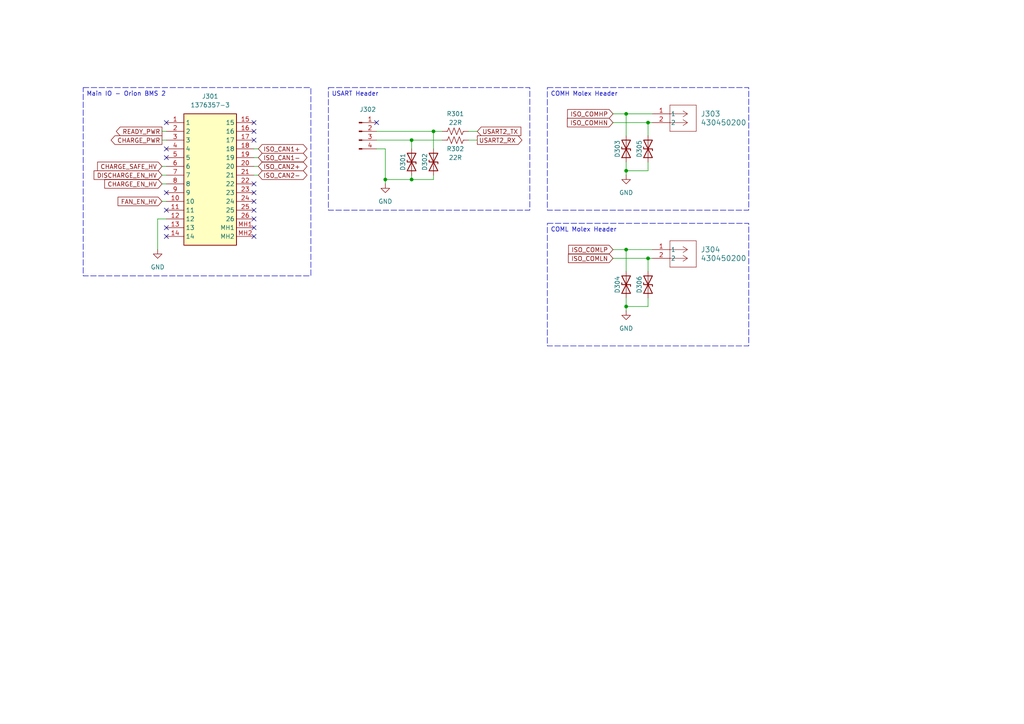
<source format=kicad_sch>
(kicad_sch (version 20231120) (generator "eeschema") (generator_version "8.0")
  (paper "A4")
  (title_block (title "STM32 Layout") (date "2025-01-10") (rev "A") (company "FSAE LSU") (comment 1 "Jacob Parent ") (comment 2 "parent.jacob7@protonmail.com"))
  (lib_symbols
    (symbol "Connector:Conn_01x04_Pin" (pin_names (offset 1.016) hide)
      (property "Reference" "J" (at 0 5.08 0))
      (property "Value" "Conn_01x04_Pin" (at 0 -7.62 0))
      (symbol "Conn_01x04_Pin_1_1"
        (polyline (pts (xy 1.27 -5.08) (xy 0.8636 -5.08)) (stroke (width 0.1524)))
        (polyline (pts (xy 1.27 -2.54) (xy 0.8636 -2.54)) (stroke (width 0.1524)))
        (polyline (pts (xy 1.27 0) (xy 0.8636 0)) (stroke (width 0.1524)))
        (polyline (pts (xy 1.27 2.54) (xy 0.8636 2.54)) (stroke (width 0.1524)))
        (rectangle (start 0.8636 -4.953) (end 0 -5.207) (stroke (width 0.1524)) (fill (type outline)))
        (rectangle (start 0.8636 -2.413) (end 0 -2.667) (stroke (width 0.1524)) (fill (type outline)))
        (rectangle (start 0.8636 0.127) (end 0 -0.127) (stroke (width 0.1524)) (fill (type outline)))
        (rectangle (start 0.8636 2.667) (end 0 2.413) (stroke (width 0.1524)) (fill (type outline)))
        (pin passive line (at 5.08 2.54 180) (length 3.81) (name "Pin_1") (number "1"))
        (pin passive line (at 5.08 0 180) (length 3.81) (name "Pin_2") (number "2"))
        (pin passive line (at 5.08 -2.54 180) (length 3.81) (name "Pin_3") (number "3"))
        (pin passive line (at 5.08 -5.08 180) (length 3.81) (name "Pin_4") (number "4"))
      )
    )
    (symbol "Device:D_TVS" (pin_numbers hide) (pin_names (offset 1.016) hide)
      (property "Reference" "D" (at 0 2.54 0))
      (property "Value" "D_TVS" (at 0 -2.54 0))
      (symbol "D_TVS_0_1"
        (polyline (pts (xy 1.27 0) (xy -1.27 0)))
        (polyline (pts (xy 0.508 1.27) (xy 0 1.27) (xy 0 -1.27) (xy -0.508 -1.27)) (stroke (width 0.254)))
        (polyline (pts (xy -2.54 1.27) (xy -2.54 -1.27) (xy 2.54 1.27) (xy 2.54 -1.27) (xy -2.54 1.27)) (stroke (width 0.254)))
      )
      (symbol "D_TVS_1_1"
        (pin passive line (at -3.81 0 0) (length 2.54) (name "A1") (number "1"))
        (pin passive line (at 3.81 0 180) (length 2.54) (name "A2") (number "2"))
      )
    )
    (symbol "Device:R_US" (pin_numbers hide) (pin_names (offset 0))
      (property "Reference" "R" (at 2.54 0 90))
      (property "Value" "R_US" (at -2.54 0 90))
      (symbol "R_US_0_1"
        (polyline (pts (xy 0 -2.286) (xy 0 -2.54)))
        (polyline (pts (xy 0 2.286) (xy 0 2.54)))
        (polyline (pts (xy 0 -0.762) (xy 1.016 -1.143) (xy 0 -1.524) (xy -1.016 -1.905) (xy 0 -2.286)))
        (polyline (pts (xy 0 0.762) (xy 1.016 0.381) (xy 0 0) (xy -1.016 -0.381) (xy 0 -0.762)))
        (polyline (pts (xy 0 2.286) (xy 1.016 1.905) (xy 0 1.524) (xy -1.016 1.143) (xy 0 0.762)))
      )
      (symbol "R_US_1_1"
        (pin passive line (at 0 3.81 270) (length 1.27) (name "~") (number "1"))
        (pin passive line (at 0 -3.81 90) (length 1.27) (name "~") (number "2"))
      )
    )
    (symbol "IO:1376357-3"
      (property "Reference" "J" (at 21.59 7.62 0))
      (property "Value" "1376357-3" (at 21.59 5.08 0))
      (symbol "1376357-3_1_1"
        (rectangle (start 5.08 2.54) (end 20.32 -35.56) (stroke (width 0.254)) (fill (type background)))
        (pin passive line (at 0 0 0) (length 5.08) (name "1") (number "1"))
        (pin passive line (at 0 -22.86 0) (length 5.08) (name "10") (number "10"))
        (pin passive line (at 0 -25.4 0) (length 5.08) (name "11") (number "11"))
        (pin passive line (at 0 -27.94 0) (length 5.08) (name "12") (number "12"))
        (pin passive line (at 0 -30.48 0) (length 5.08) (name "13") (number "13"))
        (pin passive line (at 0 -33.02 0) (length 5.08) (name "14") (number "14"))
        (pin passive line (at 25.4 0 180) (length 5.08) (name "15") (number "15"))
        (pin passive line (at 25.4 -2.54 180) (length 5.08) (name "16") (number "16"))
        (pin passive line (at 25.4 -5.08 180) (length 5.08) (name "17") (number "17"))
        (pin passive line (at 25.4 -7.62 180) (length 5.08) (name "18") (number "18"))
        (pin passive line (at 25.4 -10.16 180) (length 5.08) (name "19") (number "19"))
        (pin passive line (at 0 -2.54 0) (length 5.08) (name "2") (number "2"))
        (pin passive line (at 25.4 -12.7 180) (length 5.08) (name "20") (number "20"))
        (pin passive line (at 25.4 -15.24 180) (length 5.08) (name "21") (number "21"))
        (pin passive line (at 25.4 -17.78 180) (length 5.08) (name "22") (number "22"))
        (pin passive line (at 25.4 -20.32 180) (length 5.08) (name "23") (number "23"))
        (pin passive line (at 25.4 -22.86 180) (length 5.08) (name "24") (number "24"))
        (pin passive line (at 25.4 -25.4 180) (length 5.08) (name "25") (number "25"))
        (pin passive line (at 25.4 -27.94 180) (length 5.08) (name "26") (number "26"))
        (pin passive line (at 0 -5.08 0) (length 5.08) (name "3") (number "3"))
        (pin passive line (at 0 -7.62 0) (length 5.08) (name "4") (number "4"))
        (pin passive line (at 0 -10.16 0) (length 5.08) (name "5") (number "5"))
        (pin passive line (at 0 -12.7 0) (length 5.08) (name "6") (number "6"))
        (pin passive line (at 0 -15.24 0) (length 5.08) (name "7") (number "7"))
        (pin passive line (at 0 -17.78 0) (length 5.08) (name "8") (number "8"))
        (pin passive line (at 0 -20.32 0) (length 5.08) (name "9") (number "9"))
        (pin passive line (at 25.4 -30.48 180) (length 5.08) (name "MH1") (number "MH1"))
        (pin passive line (at 25.4 -33.02 180) (length 5.08) (name "MH2") (number "MH2"))
      )
    )
    (symbol "molex_comm:430450200" (pin_names (offset 0.254))
      (property "Reference" "J" (at 8.89 6.35 0))
      (property "Value" "430450200" (at 0 0 0))
      (symbol "430450200_1_1"
        (polyline (pts (xy 5.08 -5.08) (xy 12.7 -5.08)) (stroke (width 0.127)))
        (polyline (pts (xy 5.08 2.54) (xy 5.08 -5.08)) (stroke (width 0.127)))
        (polyline (pts (xy 10.16 -2.54) (xy 5.08 -2.54)) (stroke (width 0.127)))
        (polyline (pts (xy 10.16 -2.54) (xy 8.89 -3.3867)) (stroke (width 0.127)))
        (polyline (pts (xy 10.16 -2.54) (xy 8.89 -1.6933)) (stroke (width 0.127)))
        (polyline (pts (xy 10.16 0) (xy 5.08 0)) (stroke (width 0.127)))
        (polyline (pts (xy 10.16 0) (xy 8.89 -0.8467)) (stroke (width 0.127)))
        (polyline (pts (xy 10.16 0) (xy 8.89 0.8467)) (stroke (width 0.127)))
        (polyline (pts (xy 12.7 -5.08) (xy 12.7 2.54)) (stroke (width 0.127)))
        (polyline (pts (xy 12.7 2.54) (xy 5.08 2.54)) (stroke (width 0.127)))
        (pin unspecified line (at 0 0 0) (length 5.08) (name "1") (number "1"))
        (pin unspecified line (at 0 -2.54 0) (length 5.08) (name "2") (number "2"))
      )
      (symbol "430450200_1_2"
        (polyline (pts (xy 5.08 -5.08) (xy 12.7 -5.08)) (stroke (width 0.127)))
        (polyline (pts (xy 5.08 2.54) (xy 5.08 -5.08)) (stroke (width 0.127)))
        (polyline (pts (xy 7.62 -2.54) (xy 5.08 -2.54)) (stroke (width 0.127)))
        (polyline (pts (xy 7.62 -2.54) (xy 8.89 -3.3867)) (stroke (width 0.127)))
        (polyline (pts (xy 7.62 -2.54) (xy 8.89 -1.6933)) (stroke (width 0.127)))
        (polyline (pts (xy 7.62 0) (xy 5.08 0)) (stroke (width 0.127)))
        (polyline (pts (xy 7.62 0) (xy 8.89 -0.8467)) (stroke (width 0.127)))
        (polyline (pts (xy 7.62 0) (xy 8.89 0.8467)) (stroke (width 0.127)))
        (polyline (pts (xy 12.7 -5.08) (xy 12.7 2.54)) (stroke (width 0.127)))
        (polyline (pts (xy 12.7 2.54) (xy 5.08 2.54)) (stroke (width 0.127)))
        (pin unspecified line (at 0 0 0) (length 5.08) (name "1") (number "1"))
        (pin unspecified line (at 0 -2.54 0) (length 5.08) (name "2") (number "2"))
      )
    )
    (symbol "power:GND" (power) (pin_numbers hide) (pin_names (offset 0) hide)
      (property "Value" "GND" (at 0 -3.81 0))
      (symbol "GND_0_1"
        (polyline (pts (xy 0 0) (xy 0 -1.27) (xy 1.27 -1.27) (xy 0 -2.54) (xy -1.27 -1.27) (xy 0 -1.27)))
      )
      (symbol "GND_1_1"
        (pin power_in line (at 0 0 270) (length 0) (name "~") (number "1"))
      )
    )
  )
  (junction (at 119.38 52.07))
  (junction (at 181.61 88.9))
  (junction (at 181.61 49.53))
  (junction (at 119.38 40.64))
  (junction (at 187.96 35.56))
  (junction (at 181.61 33.02))
  (junction (at 187.96 74.93))
  (junction (at 181.61 72.39))
  (junction (at 125.73 38.1))
  (junction (at 111.76 52.07))
  (no_connect (at 48.26 45.72))
  (no_connect (at 48.26 35.56))
  (no_connect (at 109.22 35.56))
  (no_connect (at 73.66 63.5))
  (no_connect (at 73.66 55.88))
  (no_connect (at 73.66 53.34))
  (no_connect (at 73.66 60.96))
  (no_connect (at 73.66 68.58))
  (no_connect (at 48.26 55.88))
  (no_connect (at 48.26 43.18))
  (no_connect (at 73.66 58.42))
  (no_connect (at 48.26 68.58))
  (no_connect (at 73.66 38.1))
  (no_connect (at 48.26 66.04))
  (no_connect (at 48.26 60.96))
  (no_connect (at 73.66 35.56))
  (no_connect (at 73.66 40.64))
  (no_connect (at 73.66 66.04))
  (wire (pts (xy 111.76 52.07) (xy 119.38 52.07)))
  (wire (pts (xy 181.61 46.99) (xy 181.61 49.53)))
  (wire (pts (xy 45.72 63.5) (xy 48.26 63.5)))
  (wire (pts (xy 181.61 86.36) (xy 181.61 88.9)))
  (wire (pts (xy 125.73 38.1) (xy 128.27 38.1)))
  (wire (pts (xy 187.96 86.36) (xy 187.96 88.9)))
  (wire (pts (xy 74.93 45.72) (xy 73.66 45.72)))
  (wire (pts (xy 135.89 40.64) (xy 138.43 40.64)))
  (wire (pts (xy 187.96 74.93) (xy 189.23 74.93)))
  (wire (pts (xy 46.99 38.1) (xy 48.26 38.1)))
  (wire (pts (xy 181.61 49.53) (xy 181.61 50.8)))
  (wire (pts (xy 125.73 52.07) (xy 125.73 50.8)))
  (wire (pts (xy 177.8 35.56) (xy 187.96 35.56)))
  (wire (pts (xy 181.61 39.37) (xy 181.61 33.02)))
  (wire (pts (xy 46.99 50.8) (xy 48.26 50.8)))
  (wire (pts (xy 177.8 33.02) (xy 181.61 33.02)))
  (wire (pts (xy 74.93 43.18) (xy 73.66 43.18)))
  (wire (pts (xy 187.96 39.37) (xy 187.96 35.56)))
  (wire (pts (xy 46.99 48.26) (xy 48.26 48.26)))
  (wire (pts (xy 135.89 38.1) (xy 138.43 38.1)))
  (wire (pts (xy 125.73 38.1) (xy 125.73 43.18)))
  (wire (pts (xy 119.38 40.64) (xy 109.22 40.64)))
  (wire (pts (xy 109.22 43.18) (xy 111.76 43.18)))
  (wire (pts (xy 177.8 72.39) (xy 181.61 72.39)))
  (wire (pts (xy 45.72 72.39) (xy 45.72 63.5)))
  (wire (pts (xy 125.73 38.1) (xy 109.22 38.1)))
  (wire (pts (xy 111.76 52.07) (xy 111.76 53.34)))
  (wire (pts (xy 111.76 43.18) (xy 111.76 52.07)))
  (wire (pts (xy 73.66 50.8) (xy 74.93 50.8)))
  (wire (pts (xy 181.61 33.02) (xy 189.23 33.02)))
  (wire (pts (xy 119.38 52.07) (xy 119.38 50.8)))
  (wire (pts (xy 46.99 53.34) (xy 48.26 53.34)))
  (wire (pts (xy 181.61 78.74) (xy 181.61 72.39)))
  (wire (pts (xy 119.38 40.64) (xy 128.27 40.64)))
  (wire (pts (xy 187.96 46.99) (xy 187.96 49.53)))
  (wire (pts (xy 119.38 52.07) (xy 125.73 52.07)))
  (wire (pts (xy 181.61 72.39) (xy 189.23 72.39)))
  (wire (pts (xy 119.38 40.64) (xy 119.38 43.18)))
  (wire (pts (xy 187.96 78.74) (xy 187.96 74.93)))
  (wire (pts (xy 73.66 48.26) (xy 74.93 48.26)))
  (wire (pts (xy 187.96 35.56) (xy 189.23 35.56)))
  (wire (pts (xy 177.8 74.93) (xy 187.96 74.93)))
  (wire (pts (xy 46.99 40.64) (xy 48.26 40.64)))
  (wire (pts (xy 187.96 88.9) (xy 181.61 88.9)))
  (wire (pts (xy 181.61 88.9) (xy 181.61 90.17)))
  (wire (pts (xy 187.96 49.53) (xy 181.61 49.53)))
  (wire (pts (xy 46.99 58.42) (xy 48.26 58.42)))
  (text_box "Main IO - Orion BMS 2 " (at 24.13 25.4 0) (size 66.04 54.61) (stroke (width 0) (type dash)) (effects (font (size 1.27 1.27)) (justify left top)))
  (text_box "COML Molex Header\n" (at 158.75 64.77 0) (size 58.42 35.56) (stroke (width 0) (type dash)) (effects (font (size 1.27 1.27)) (justify left top)))
  (text_box "COMH Molex Header\n" (at 158.75 25.4 0) (size 58.42 35.56) (stroke (width 0) (type dash)) (effects (font (size 1.27 1.27)) (justify left top)))
  (text_box "USART Header" (at 95.25 25.4 0) (size 58.42 35.56) (stroke (width 0) (type dash)) (effects (font (size 1.27 1.27)) (justify left top)))
  (global_label "ISO_CAN1+" (shape bidirectional) (at 74.93 43.18 0) (property "Intersheetrefs" "${INTERSHEET_REFS}" (effects (hide yes))))
  (global_label "READY_PWR" (shape output) (at 46.99 38.1 180) (property "Intersheetrefs" "${INTERSHEET_REFS}" (effects (hide yes))))
  (global_label "USART2_TX" (shape input) (at 138.43 38.1 0) (property "Intersheetrefs" "${INTERSHEET_REFS}" (effects (hide yes))))
  (global_label "ISO_CAN2+" (shape bidirectional) (at 74.93 48.26 0) (property "Intersheetrefs" "${INTERSHEET_REFS}" (effects (hide yes))))
  (global_label "ISO_COMHN" (shape input) (at 177.8 35.56 180) (property "Intersheetrefs" "${INTERSHEET_REFS}" (effects (hide yes))))
  (global_label "CHARGE_EN_HV" (shape input) (at 46.99 53.34 180) (property "Intersheetrefs" "${INTERSHEET_REFS}" (effects (hide yes))))
  (global_label "USART2_RX" (shape output) (at 138.43 40.64 0) (property "Intersheetrefs" "${INTERSHEET_REFS}" (effects (hide yes))))
  (global_label "ISO_CAN1-" (shape bidirectional) (at 74.93 45.72 0) (property "Intersheetrefs" "${INTERSHEET_REFS}" (effects (hide yes))))
  (global_label "ISO_CAN2-" (shape bidirectional) (at 74.93 50.8 0) (property "Intersheetrefs" "${INTERSHEET_REFS}" (effects (hide yes))))
  (global_label "CHARGE_PWR" (shape output) (at 46.99 40.64 180) (property "Intersheetrefs" "${INTERSHEET_REFS}" (effects (hide yes))))
  (global_label "ISO_COMHP" (shape input) (at 177.8 33.02 180) (property "Intersheetrefs" "${INTERSHEET_REFS}" (effects (hide yes))))
  (global_label "CHARGE_SAFE_HV" (shape input) (at 46.99 48.26 180) (property "Intersheetrefs" "${INTERSHEET_REFS}" (effects (hide yes))))
  (global_label "FAN_EN_HV" (shape input) (at 46.99 58.42 180) (property "Intersheetrefs" "${INTERSHEET_REFS}" (effects (hide yes))))
  (global_label "DISCHARGE_EN_HV" (shape input) (at 46.99 50.8 180) (property "Intersheetrefs" "${INTERSHEET_REFS}" (effects (hide yes))))
  (global_label "ISO_COMLN" (shape input) (at 177.8 74.93 180) (property "Intersheetrefs" "${INTERSHEET_REFS}" (effects (hide yes))))
  (global_label "ISO_COMLP" (shape input) (at 177.8 72.39 180) (property "Intersheetrefs" "${INTERSHEET_REFS}" (effects (hide yes))))
  (symbol (lib_id "Connector:Conn_01x04_Pin") (at 104.14 38.1 0) (unit 1)
    (property "Reference" "J302" (at 106.68 31.75 0))
    (property "Value" "Conn_01x04_Pin" (effects (hide yes)))
    (property "Footprint" "Connector_PinHeader_2.54mm:PinHeader_1x04_P2.54mm_Vertical" (effects (hide yes)))
    (property "Description" "Generic connector, single row, 01x04, script generated" (effects (hide yes)))
  )
  (symbol (lib_id "power:GND") (at 111.76 53.34 0) (unit 1)
    (property "Reference" "#PWR0302" (effects (hide yes)))
    (property "Value" "GND" (at 111.76 58.42 0))
    (property "Description" "Power symbol creates a global label with name \"GND\" , ground" (effects (hide yes)))
  )
  (symbol (lib_id "Device:R_US") (at 132.08 40.64 90) (unit 1)
    (property "Reference" "R302" (at 132.08 43.18 90))
    (property "Value" "22R" (at 132.08 45.72 90))
    (property "Footprint" "Resistor_SMD:R_1206_3216Metric" (effects (hide yes)))
    (property "Description" "Resistor, US symbol" (effects (hide yes)))
    (property "Manufacturer_Part_Number" "FRC1206J220 TS" (effects (hide yes)))
  )
  (symbol (lib_id "Device:D_TVS") (at 125.73 46.99 90) (unit 1)
    (property "Reference" "D302" (at 123.19 46.99 0))
    (property "Value" "D_TVS" (effects (hide yes)))
    (property "Footprint" "Diode_SMD:D_SOD-323" (effects (hide yes)))
    (property "Description" "Bidirectional transient-voltage-suppression diode" (effects (hide yes)))
    (property "Manufacturer_Part_Number" "PESD3V3L1BA,115" (effects (hide yes)))
  )
  (symbol (lib_id "power:GND") (at 181.61 90.17 0) (unit 1)
    (property "Reference" "#PWR0304" (effects (hide yes)))
    (property "Value" "GND" (at 181.61 95.25 0))
    (property "Description" "Power symbol creates a global label with name \"GND\" , ground" (effects (hide yes)))
  )
  (symbol (lib_id "Device:D_TVS") (at 181.61 43.18 90) (unit 1)
    (property "Reference" "D303" (at 179.07 43.18 0))
    (property "Value" "D_TVS" (effects (hide yes)))
    (property "Footprint" "Diode_SMD:D_SOD-323" (effects (hide yes)))
    (property "Description" "Bidirectional transient-voltage-suppression diode" (effects (hide yes)))
  )
  (symbol (lib_id "IO:1376357-3") (at 48.26 35.56 0) (unit 1)
    (property "Reference" "J301" (at 60.96 27.94 0))
    (property "Value" "1376357-3" (at 60.96 30.48 0))
    (property "Footprint" "13763573" (effects (hide yes)))
    (property "Datasheet" "https://www.te.com/commerce/DocumentDelivery/DDEController?Action=showdoc&DocId=Customer+Drawing%7F1376357%7FA4%7Fpdf%7FJapanese%7FJPN_CD_1376357_A4.pdf%7F1376357-3" (effects (hide yes)))
    (property "Description" "Body Features: Primary Product Color Natural | Configuration Features: Number of Sections 1 | Number of Signal Positions 26 | PCB Mount Orientation Horizontal | Number of Rows 2 | Number of Positions 26 | Contact Features: Contact Size .63mm | Mating Tab Thickness .025 INCH | Mating Tab Width 2.3 MM | Contact Mating Area Plating Material Tin | Contact Type Tab | Mating Tab Width .64 MM | Mating Tab Thickness .64 MM | Mating Tab Width .025 INCH | Contact Size 2.28mm | Mating Tab Width .091 INCH | Dimensions:" (effects (hide yes)))
    (property "Height" "18.1" (effects (hide yes)))
    (property "Mouser Part Number" "571-1376357-3" (effects (hide yes)))
    (property "Mouser Price/Stock" "https://www.mouser.co.uk/ProductDetail/TE-Connectivity/1376357-3?qs=Koa4dS0tnlFW%2FbM8mEy9lw%3D%3D" (effects (hide yes)))
    (property "Manufacturer_Name" "TE Connectivity" (effects (hide yes)))
    (property "Manufacturer_Part_Number" "1376357-3" (effects (hide yes)))
  )
  (symbol (lib_id "molex_comm:430450200") (at 189.23 33.02 0) (unit 1)
    (property "Reference" "J303" (at 203.2 33.0199 0) (effects (font (size 1.524 1.524)) (justify left)))
    (property "Value" "430450200" (at 203.2 35.5599 0) (effects (font (size 1.524 1.524)) (justify left)))
    (property "Footprint" "molex_comm:CON_430450200_MOL" (effects (hide yes)))
    (property "Datasheet" "430450200" (effects (hide yes)))
  )
  (symbol (lib_id "Device:D_TVS") (at 187.96 82.55 90) (unit 1)
    (property "Reference" "D306" (at 185.42 82.55 0))
    (property "Value" "D_TVS" (effects (hide yes)))
    (property "Footprint" "Diode_SMD:D_SOD-323" (effects (hide yes)))
    (property "Description" "Bidirectional transient-voltage-suppression diode" (effects (hide yes)))
  )
  (symbol (lib_id "power:GND") (at 181.61 50.8 0) (unit 1)
    (property "Reference" "#PWR0303" (effects (hide yes)))
    (property "Value" "GND" (at 181.61 55.88 0))
    (property "Description" "Power symbol creates a global label with name \"GND\" , ground" (effects (hide yes)))
  )
  (symbol (lib_id "Device:D_TVS") (at 181.61 82.55 90) (unit 1)
    (property "Reference" "D304" (at 179.07 82.55 0))
    (property "Value" "D_TVS" (effects (hide yes)))
    (property "Footprint" "Diode_SMD:D_SOD-323" (effects (hide yes)))
    (property "Description" "Bidirectional transient-voltage-suppression diode" (effects (hide yes)))
  )
  (symbol (lib_id "molex_comm:430450200") (at 189.23 72.39 0) (unit 1)
    (property "Reference" "J304" (at 203.2 72.3899 0) (effects (font (size 1.524 1.524)) (justify left)))
    (property "Value" "430450200" (at 203.2 74.9299 0) (effects (font (size 1.524 1.524)) (justify left)))
    (property "Footprint" "molex_comm:CON_430450200_MOL" (effects (hide yes)))
    (property "Datasheet" "430450200" (effects (hide yes)))
  )
  (symbol (lib_id "power:GND") (at 45.72 72.39 0) (unit 1)
    (property "Reference" "#PWR0301" (effects (hide yes)))
    (property "Value" "GND" (at 45.72 77.47 0))
    (property "Description" "Power symbol creates a global label with name \"GND\" , ground" (effects (hide yes)))
  )
  (symbol (lib_id "Device:D_TVS") (at 187.96 43.18 90) (unit 1)
    (property "Reference" "D305" (at 185.42 43.18 0))
    (property "Value" "D_TVS" (effects (hide yes)))
    (property "Footprint" "Diode_SMD:D_SOD-323" (effects (hide yes)))
    (property "Description" "Bidirectional transient-voltage-suppression diode" (effects (hide yes)))
  )
  (symbol (lib_id "Device:D_TVS") (at 119.38 46.99 90) (unit 1)
    (property "Reference" "D301" (at 116.84 46.99 0))
    (property "Value" "D_TVS" (effects (hide yes)))
    (property "Footprint" "Diode_SMD:D_SOD-323" (effects (hide yes)))
    (property "Description" "Bidirectional transient-voltage-suppression diode" (effects (hide yes)))
    (property "Manufacturer_Part_Number" "PESD3V3L1BA,115" (effects (hide yes)))
  )
  (symbol (lib_id "Device:R_US") (at 132.08 38.1 90) (unit 1)
    (property "Reference" "R301" (at 132.08 33.02 90))
    (property "Value" "22R" (at 132.08 35.56 90))
    (property "Footprint" "Resistor_SMD:R_1206_3216Metric" (effects (hide yes)))
    (property "Description" "Resistor, US symbol" (effects (hide yes)))
    (property "Manufacturer_Part_Number" "FRC1206J220 TS" (effects (hide yes)))
  )
)
</source>
